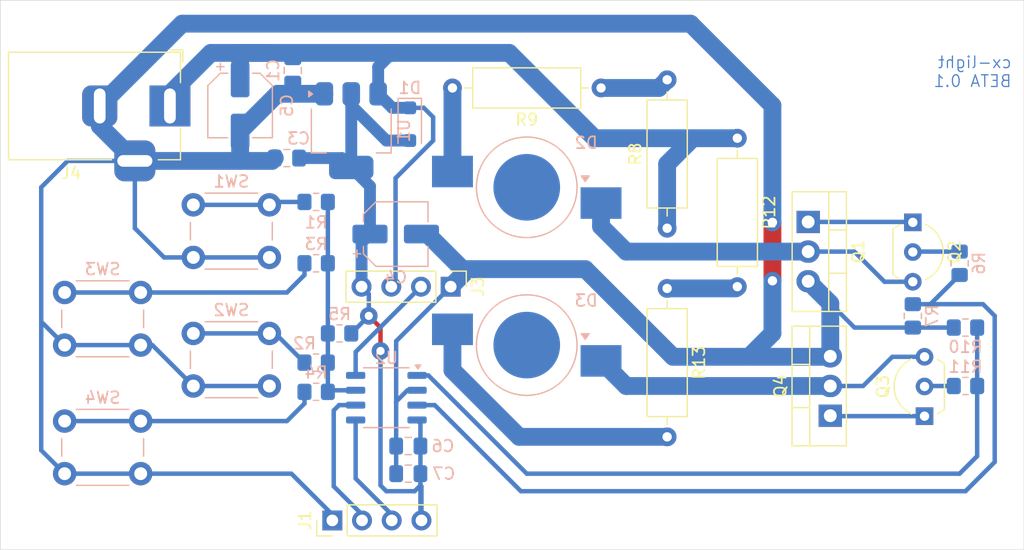
<source format=kicad_pcb>
(kicad_pcb
	(version 20240108)
	(generator "pcbnew")
	(generator_version "8.0")
	(general
		(thickness 1.6)
		(legacy_teardrops no)
	)
	(paper "A4")
	(layers
		(0 "F.Cu" signal)
		(31 "B.Cu" signal)
		(32 "B.Adhes" user "B.Adhesive")
		(33 "F.Adhes" user "F.Adhesive")
		(34 "B.Paste" user)
		(35 "F.Paste" user)
		(36 "B.SilkS" user "B.Silkscreen")
		(37 "F.SilkS" user "F.Silkscreen")
		(38 "B.Mask" user)
		(39 "F.Mask" user)
		(40 "Dwgs.User" user "User.Drawings")
		(41 "Cmts.User" user "User.Comments")
		(42 "Eco1.User" user "User.Eco1")
		(43 "Eco2.User" user "User.Eco2")
		(44 "Edge.Cuts" user)
		(45 "Margin" user)
		(46 "B.CrtYd" user "B.Courtyard")
		(47 "F.CrtYd" user "F.Courtyard")
		(48 "B.Fab" user)
		(49 "F.Fab" user)
		(50 "User.1" user)
		(51 "User.2" user)
		(52 "User.3" user)
		(53 "User.4" user)
		(54 "User.5" user)
		(55 "User.6" user)
		(56 "User.7" user)
		(57 "User.8" user)
		(58 "User.9" user)
	)
	(setup
		(pad_to_mask_clearance 0)
		(allow_soldermask_bridges_in_footprints no)
		(pcbplotparams
			(layerselection 0x0001000_fffffffe)
			(plot_on_all_layers_selection 0x0000000_00000000)
			(disableapertmacros no)
			(usegerberextensions no)
			(usegerberattributes yes)
			(usegerberadvancedattributes yes)
			(creategerberjobfile yes)
			(dashed_line_dash_ratio 12.000000)
			(dashed_line_gap_ratio 3.000000)
			(svgprecision 4)
			(plotframeref no)
			(viasonmask no)
			(mode 1)
			(useauxorigin no)
			(hpglpennumber 1)
			(hpglpenspeed 20)
			(hpglpendiameter 15.000000)
			(pdf_front_fp_property_popups yes)
			(pdf_back_fp_property_popups yes)
			(dxfpolygonmode yes)
			(dxfimperialunits yes)
			(dxfusepcbnewfont yes)
			(psnegative no)
			(psa4output no)
			(plotreference yes)
			(plotvalue yes)
			(plotfptext yes)
			(plotinvisibletext no)
			(sketchpadsonfab no)
			(subtractmaskfromsilk no)
			(outputformat 1)
			(mirror no)
			(drillshape 0)
			(scaleselection 1)
			(outputdirectory "")
		)
	)
	(net 0 "")
	(net 1 "GND")
	(net 2 "+5V")
	(net 3 "+3V3")
	(net 4 "Net-(D2-K)")
	(net 5 "Net-(D2-A)")
	(net 6 "Net-(D3-K)")
	(net 7 "Net-(D3-A)")
	(net 8 "/SCL")
	(net 9 "/SDA")
	(net 10 "/SWIO")
	(net 11 "Net-(Q1-B)")
	(net 12 "Net-(Q2-B)")
	(net 13 "Net-(Q3-E)")
	(net 14 "Net-(Q3-B)")
	(net 15 "/KEYBOARD")
	(net 16 "Net-(R1-Pad2)")
	(net 17 "Net-(R2-Pad2)")
	(net 18 "Net-(R3-Pad2)")
	(net 19 "Net-(R4-Pad2)")
	(net 20 "/LED_COLD")
	(net 21 "Net-(R8-Pad2)")
	(net 22 "/LED_WARM")
	(net 23 "Net-(R12-Pad2)")
	(footprint "Package_TO_SOT_THT:TO-92L_Inline_Wide" (layer "F.Cu") (at 159 62 -90))
	(footprint "Resistor_THT:R_Axial_DIN0309_L9.0mm_D3.2mm_P12.70mm_Horizontal" (layer "F.Cu") (at 144 54.8 -90))
	(footprint "Resistor_THT:R_Axial_DIN0309_L9.0mm_D3.2mm_P12.70mm_Horizontal" (layer "F.Cu") (at 138 62.5 90))
	(footprint "Package_TO_SOT_THT:TO-220-3_Vertical" (layer "F.Cu") (at 151.945 78.54 90))
	(footprint "Resistor_THT:R_Axial_DIN0309_L9.0mm_D3.2mm_P12.70mm_Horizontal" (layer "F.Cu") (at 138 67.65 -90))
	(footprint "Package_TO_SOT_THT:TO-92L_Inline_Wide" (layer "F.Cu") (at 160 78.58 90))
	(footprint "Resistor_THT:R_Axial_DIN0309_L9.0mm_D3.2mm_P12.70mm_Horizontal" (layer "F.Cu") (at 132.35 50.5 180))
	(footprint "Connector_PinHeader_2.54mm:PinHeader_1x04_P2.54mm_Vertical" (layer "F.Cu") (at 119.5 67.5 -90))
	(footprint "Connector_BarrelJack:BarrelJack_Horizontal" (layer "F.Cu") (at 95.5 52.0425))
	(footprint "Package_TO_SOT_THT:TO-220-3_Vertical" (layer "F.Cu") (at 150.055 61.96 -90))
	(footprint "Connector_PinHeader_2.54mm:PinHeader_1x04_P2.54mm_Vertical" (layer "F.Cu") (at 109.38 87.5 90))
	(footprint "Button_Switch_THT:SW_PUSH_6mm" (layer "B.Cu") (at 93 68 180))
	(footprint "Button_Switch_THT:SW_PUSH_6mm" (layer "B.Cu") (at 93 79 180))
	(footprint "Capacitor_SMD:CP_Elec_5x3.9" (layer "B.Cu") (at 114.8 63))
	(footprint "LED_SMD:LED_1W_3W_R8" (layer "B.Cu") (at 126 59 180))
	(footprint "Resistor_SMD:R_0805_2012Metric_Pad1.20x1.40mm_HandSolder" (layer "B.Cu") (at 163.5 71))
	(footprint "Diode_SMD:D_SOD-123F" (layer "B.Cu") (at 116 53.6 -90))
	(footprint "Package_TO_SOT_SMD:SOT-223-3_TabPin2" (layer "B.Cu") (at 111 54.15 -90))
	(footprint "Capacitor_SMD:C_0805_2012Metric_Pad1.18x1.45mm_HandSolder" (layer "B.Cu") (at 105.5 56.5 180))
	(footprint "Capacitor_SMD:C_0805_2012Metric_Pad1.18x1.45mm_HandSolder" (layer "B.Cu") (at 115.875 81.135 180))
	(footprint "Resistor_SMD:R_0805_2012Metric_Pad1.20x1.40mm_HandSolder" (layer "B.Cu") (at 163 65.5 90))
	(footprint "Resistor_SMD:R_0805_2012Metric_Pad1.20x1.40mm_HandSolder" (layer "B.Cu") (at 108 60.25 180))
	(footprint "Resistor_SMD:R_0805_2012Metric_Pad1.20x1.40mm_HandSolder" (layer "B.Cu") (at 108 65.5 180))
	(footprint "Button_Switch_THT:SW_PUSH_6mm" (layer "B.Cu") (at 104 60.5 180))
	(footprint "Resistor_SMD:R_0805_2012Metric_Pad1.20x1.40mm_HandSolder" (layer "B.Cu") (at 110 71.5 180))
	(footprint "Resistor_SMD:R_0805_2012Metric_Pad1.20x1.40mm_HandSolder" (layer "B.Cu") (at 108 76.5 180))
	(footprint "Capacitor_SMD:C_0805_2012Metric_Pad1.18x1.45mm_HandSolder" (layer "B.Cu") (at 106 49 -90))
	(footprint "Resistor_SMD:R_0805_2012Metric_Pad1.20x1.40mm_HandSolder" (layer "B.Cu") (at 159 70 90))
	(footprint "LED_SMD:LED_1W_3W_R8" (layer "B.Cu") (at 126 72.5 180))
	(footprint "Button_Switch_THT:SW_PUSH_6mm" (layer "B.Cu") (at 104 71.5 180))
	(footprint "Capacitor_SMD:CP_Elec_5x3.9" (layer "B.Cu") (at 101.5 52 -90))
	(footprint "Capacitor_SMD:C_0805_2012Metric_Pad1.18x1.45mm_HandSolder" (layer "B.Cu") (at 115.875 83.5 180))
	(footprint "Resistor_SMD:R_0805_2012Metric_Pad1.20x1.40mm_HandSolder" (layer "B.Cu") (at 163.5 76 180))
	(footprint "Resistor_SMD:R_0805_2012Metric_Pad1.20x1.40mm_HandSolder" (layer "B.Cu") (at 108 74 180))
	(footprint "Package_SO:SOP-8_3.9x4.9mm_P1.27mm" (layer "B.Cu") (at 114 77 180))
	(gr_rect
		(start 81 43)
		(end 168.5 90)
		(stroke
			(width 0.05)
			(type default)
		)
		(fill none)
		(layer "Edge.Cuts")
		(uuid "ee6d72cb-a88f-4656-94c5-7d69efcaecfa")
	)
	(image
		(at 160.5 51)
		(layer "B.Cu")
		(scale 0.089436)
		(data "iVBORw0KGgoAAAANSUhEUgAAAoAAAAKACAYAAAAMzckjAAAACXBIWXMAAA7DAAAOwwHHb6hkAAAA"
			"GXRFWHRTb2Z0d2FyZQB3d3cuaW5rc2NhcGUub3Jnm+48GgAAIABJREFUeJzt3XuQ5Wd93/nv8zs9"
			"rduM6D7dRxoZIakCGCxfsBG2AYORE5PEWSfGwDi+bSreSuGtSmq3ardqayv/uGp3a2uTXcc4CfiS"
			"BNY4WTtAgoMxRsJCMiAgmDHiJpARRiChGc3p7rlqpJnu83v2j2nMSMyle/r0ec75Pa9XlcsFSOd8"
			"ukHoze+acs4BAEA9mtIDAACYLAEIAFAZAQgAUBkBCABQGQEIAFCZudIDAHimlZWVfW3bDq666qr+"
			"+vr6vrm5uX2j0ej6pmn25pz35px7KaWrc85zETF/gY/YyDk/HRFPpZSeTimdjohTEXEi53x08/8f"
			"W15eHkbExgR/NGBKJI+BASjj+PHji2fOnHleSunmiLipaZrlnPMgpXTVhCbknPNaSulI27ZHcs6P"
			"z83NPdrv9w+FMIROE4AAk3HV4cOHnz83N/f8lNKtOefnpZSuLT3qIkYRcTjn/PWU0lfW19f/cv/+"
			"/cPSo4DxEYAAu+Dhhx++6vrrr39Rr9d7QUS8ICKeG7N93fWJlNLDEfHFiHiw3++fKD0IuHICEGBM"
			"Dh06tNzr9V7UNM33RMSLU0pdvs76cK/X+9zGxsZDy8vLD8e5o4bAjBCAADuwurr63JzzHU3TvCTn"
			"fEPpPYU8GRFfyjl//tSpU5+/7bbbni49CLg0AQiwTSdPnlx66qmnXtrr9X44Im4svWeapJTW27Z9"
			"KKX06aWlpQci4mzpTcC3E4AAW3Do0KFrr7nmmh8cjUaviHPX83EZKaWncs6fjYhPLS0t/UVEtKU3"
			"AecIQICLS8Ph8AUR8cper/eSnPOe0oNm2MmU0p9HxCf6/f5jpcdA7QQgwLdrjh079qq2bV9T8XV9"
			"uybn/PVer/ex48ePH3S9IJQhAAHOs7Ky8h1N0/xczvm20lu6LqW0HhGfb9v2/uXl5b+ICH9DggkR"
			"gAARcfDgwT233nrr30op/XhE9ErvqdChXq93/6lTpz558803P1V6DHSdAASqd/jw4e+em5t7fUrJ"
			"6d7CUkpnIuLP2rb98PLy8qHSe6CrBCBQraNHj97Stu1PRcR3lt7CBT0aEfctLS0dDA+ahrESgEB1"
			"Tp48uby+vv53c84/EBGp9B4u61hK6aNt235seXn5ZOkx0AUCEKjGysrKTZvX+L0sZvu9vLUapZQ+"
			"u3nTyEOlx8AsE4BA562trT0v53xnRPxgOOLXFY+ORqP7V1ZW/uz222/3thHYJgEIdFUzHA5f0uv1"
			"XpNzfn7pMeyaU71e7+NN03z
... [43693 chars truncated]
</source>
